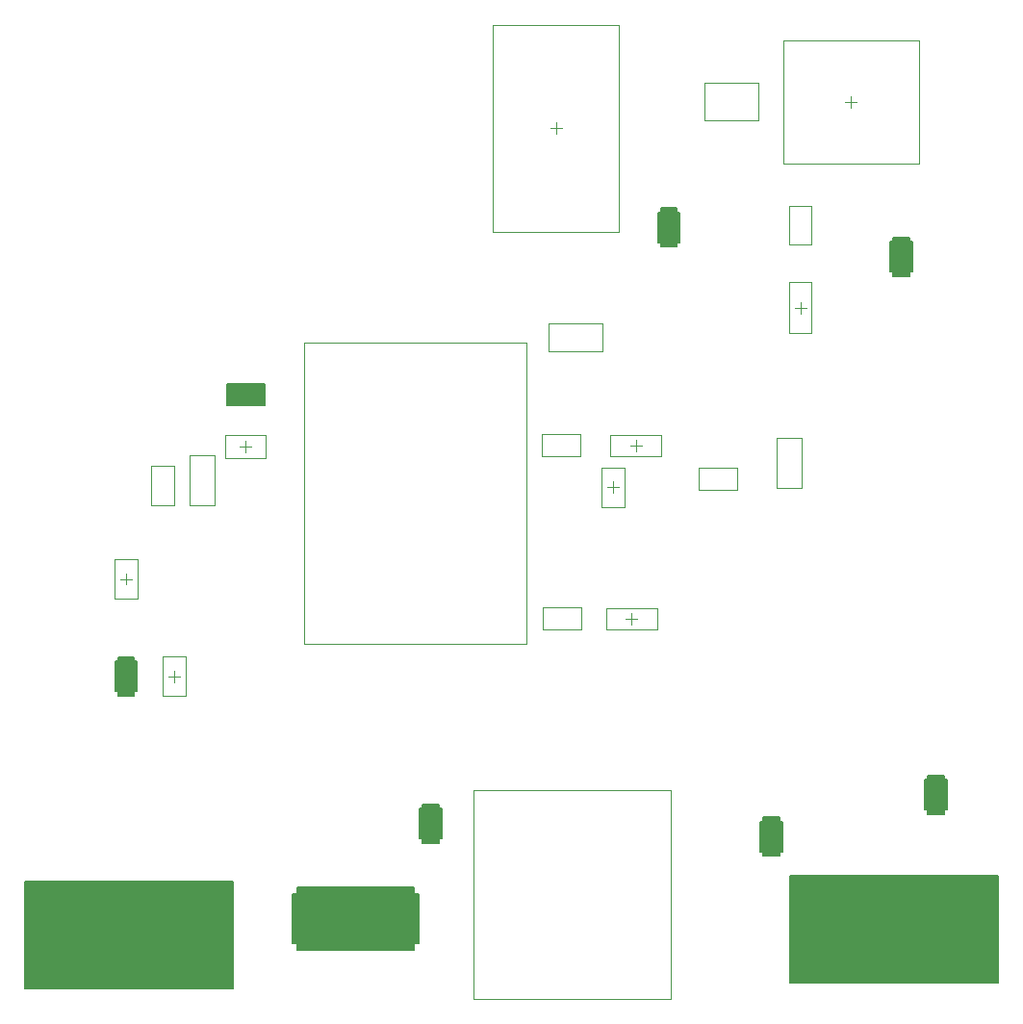
<source format=gbr>
%FSTAX23Y23*%
%MOMM*%
%SFA1B1*%

%IPPOS*%
%ADD13C,0.100000*%
%ADD14C,0.152400*%
%ADD77C,0.050000*%
%LNpcb1_mechanical_15-1*%
%LPD*%
G36*
X01016Y01016D02*
X19304D01*
Y10414*
X01016*
Y01016*
G37*
G36*
X35217Y09271D02*
X35661D01*
Y04953*
X35217*
Y04343*
X2498*
Y04953*
X24536*
Y09271*
X2498*
Y0988*
X35217*
Y09271*
G37*
G36*
X10604Y27139D02*
Y26746D01*
X09207*
Y27139*
X08953*
Y29756*
X09207*
Y30149*
X10604*
Y29756*
X10858*
Y27139*
X10604*
G37*
G36*
X36004Y16802D02*
Y17195D01*
X37401*
Y16802*
X37655*
Y14185*
X37401*
Y13792*
X36004*
Y14185*
X3575*
Y16802*
X36004*
G37*
G36*
X2211Y52285D02*
X18783D01*
Y5414*
X2211*
Y52285*
G37*
G36*
X65976Y15659D02*
Y16052D01*
X67373*
Y15659*
X67627*
Y13042*
X67373*
Y12649*
X65976*
Y13042*
X65722*
Y15659*
X65976*
G37*
G36*
X68326Y01524D02*
X86614D01*
Y10922*
X68326*
Y01524*
G37*
G36*
X81851Y16725D02*
Y16332D01*
X80454*
Y16725*
X802*
Y19342*
X80454*
Y19735*
X81851*
Y19342*
X82105*
Y16725*
X81851*
G37*
G36*
X58356Y66636D02*
Y66243D01*
X56959*
Y66636*
X56705*
Y69253*
X56959*
Y69646*
X58356*
Y69253*
X5861*
Y66636*
X58356*
G37*
G36*
X77406Y66668D02*
Y67062D01*
X78803*
Y66668*
X79057*
Y64052*
X78803*
Y63658*
X77406*
Y64052*
X77152*
Y66668*
X77406*
G37*
G54D13*
X52705Y44584D02*
Y45584D01*
X52204Y45085D02*
X53204D01*
X7366Y78493D02*
Y79493D01*
X73159Y78994D02*
X74159D01*
X13596Y28448D02*
X14596D01*
X14097Y27947D02*
Y28947D01*
X20383Y4814D02*
Y4914D01*
X19883Y48641D02*
X20883D01*
X09405Y37019D02*
X10405D01*
X09906Y36519D02*
Y37519D01*
X47699Y76183D02*
Y77183D01*
X47199Y76683D02*
X48199D01*
X68714Y60879D02*
X69714D01*
X69215Y60379D02*
Y61379D01*
X54356Y33027D02*
Y34027D01*
X53855Y33528D02*
X54855D01*
X54737Y48267D02*
Y49267D01*
X54236Y48768D02*
X55236D01*
G54D14*
X18783Y52285D02*
Y5414D01*
X2211*
Y52285D02*
Y5414D01*
X18783Y52285D02*
X2211D01*
X35661Y04953D02*
Y09271D01*
X35217Y04953D02*
X35661D01*
X24536D02*
X2498D01*
X24536D02*
Y09271D01*
X2498*
X35217D02*
X35661D01*
X35217D02*
Y0988D01*
Y04343D02*
Y04953D01*
X2498Y04343D02*
X35217D01*
X2498D02*
Y04953D01*
Y09271D02*
Y0988D01*
X35217*
X65976Y16052D02*
X67373D01*
Y15659D02*
Y16052D01*
Y12649D02*
Y13042D01*
X65976Y12649D02*
X67373D01*
X65976D02*
Y13042D01*
Y15659D02*
Y16052D01*
X65722Y15659D02*
X65976D01*
X67373D02*
X67627D01*
Y13042D02*
Y15659D01*
X67373Y13042D02*
X67627D01*
X65722D02*
X65976D01*
X65722D02*
Y15659D01*
X77406Y67062D02*
X78803D01*
Y66668D02*
Y67062D01*
Y63658D02*
Y64052D01*
X77406Y63658D02*
X78803D01*
X77406D02*
Y64052D01*
Y66668D02*
Y67062D01*
X77152Y66668D02*
X77406D01*
X78803D02*
X79057D01*
Y64052D02*
Y66668D01*
X78803Y64052D02*
X79057D01*
X77152D02*
X77406D01*
X77152D02*
Y66668D01*
X09207Y26746D02*
X10604D01*
X09207D02*
Y27139D01*
Y29756D02*
Y30149D01*
X10604*
Y29756D02*
Y30149D01*
Y26746D02*
Y27139D01*
X10858*
X08953D02*
X09207D01*
X08953D02*
Y29756D01*
X09207*
X10604D02*
X10858D01*
Y27139D02*
Y29756D01*
X80454Y16332D02*
X81851D01*
X80454D02*
Y16725D01*
Y19342D02*
Y19735D01*
X81851*
Y19342D02*
Y19735D01*
Y16332D02*
Y16725D01*
X82105*
X802D02*
X80454D01*
X802D02*
Y19342D01*
X80454*
X81851D02*
X82105D01*
Y16725D02*
Y19342D01*
X36004Y17195D02*
X37401D01*
Y16802D02*
Y17195D01*
Y13792D02*
Y14185D01*
X36004Y13792D02*
X37401D01*
X36004D02*
Y14185D01*
Y16802D02*
Y17195D01*
X3575Y16802D02*
X36004D01*
X37401D02*
X37655D01*
Y14185D02*
Y16802D01*
X37401Y14185D02*
X37655D01*
X3575D02*
X36004D01*
X3575D02*
Y16802D01*
X56959Y66243D02*
X58356D01*
X56959D02*
Y66636D01*
Y69253D02*
Y69646D01*
X58356*
Y69253D02*
Y69646D01*
Y66243D02*
Y66636D01*
X5861*
X56705D02*
X56959D01*
X56705D02*
Y69253D01*
X56959*
X58356D02*
X5861D01*
Y66636D02*
Y69253D01*
X01016Y01016D02*
X19304D01*
X01016D02*
Y10414D01*
X19304*
Y01016D02*
Y10414D01*
X68326Y01524D02*
X86614D01*
X68326D02*
Y10922D01*
X86614*
Y01524D02*
Y10922D01*
G54D77*
X40434Y18404D02*
X57779D01*
Y00034D02*
Y18404D01*
X40434Y00034D02*
X57779D01*
X40434D02*
Y18404D01*
X51704Y43334D02*
X53704D01*
X51704Y46834D02*
X53704D01*
X51704Y43334D02*
Y46834D01*
X53704Y43334D02*
Y46834D01*
X67083Y49458D02*
X69313D01*
X67083Y45028D02*
X69313D01*
X67083D02*
Y49458D01*
X69313Y45028D02*
Y49458D01*
X1208Y43461D02*
Y46961D01*
X1408*
Y43461D02*
Y46961D01*
X1208Y43461D02*
X1408D01*
X60763Y77338D02*
X65473D01*
X60763Y80648D02*
X65473D01*
X60763Y77338D02*
Y80648D01*
X65473Y77338D02*
Y80648D01*
X47047Y57087D02*
X51757D01*
X47047Y59497D02*
X51757D01*
X47047Y57087D02*
Y59497D01*
X51757Y57087D02*
Y59497D01*
X67684Y73593D02*
X79634D01*
X67684Y84393D02*
X79634D01*
Y73593D02*
Y84393D01*
X67684Y73593D02*
Y84393D01*
X13096Y26697D02*
Y30197D01*
X15096Y26697D02*
Y30197D01*
X13096Y26697D02*
X15096D01*
X13096Y30197D02*
X15096D01*
X18633Y4764D02*
X22133D01*
X18633Y4964D02*
X22133D01*
Y4764D02*
Y4964D01*
X18633Y4764D02*
Y4964D01*
X10905Y35269D02*
Y38769D01*
X08905Y35269D02*
Y38769D01*
X10905*
X08905Y35269D02*
X10905D01*
X25568Y31277D02*
Y57777D01*
X45068*
Y31277D02*
Y57777D01*
X25568Y31277D02*
X45068D01*
X6029Y46808D02*
X6366D01*
X6029Y44884D02*
X6366D01*
Y46808*
X6029Y44884D02*
Y46808D01*
X42124Y67583D02*
X53274D01*
X42124Y85783D02*
X53274D01*
X42124Y67583D02*
Y85783D01*
X53274Y67583D02*
Y85783D01*
X70176Y66432D02*
Y69802D01*
X68252Y66432D02*
Y69802D01*
Y66432D02*
X70176D01*
X68252Y69802D02*
X70176D01*
X70164Y58629D02*
Y63129D01*
X68264Y58629D02*
Y63129D01*
X70164*
X68264Y58629D02*
X70164D01*
X52105Y34477D02*
X56605D01*
X52105Y32577D02*
X56605D01*
X52105D02*
Y34477D01*
X56605Y32577D02*
Y34477D01*
X46574Y32565D02*
X49944D01*
X46574Y34489D02*
X49944D01*
X46574Y32565D02*
Y34489D01*
X49944Y32565D02*
Y34489D01*
X52486Y49717D02*
X56986D01*
X52486Y47817D02*
X56986D01*
X52486D02*
Y49717D01*
X56986Y47817D02*
Y49717D01*
X46447Y47805D02*
X49817D01*
X46447Y49729D02*
X49817D01*
X46447Y47805D02*
Y49729D01*
X49817Y47805D02*
Y49729D01*
X17668Y43504D02*
Y47934D01*
X15438Y43504D02*
Y47934D01*
Y43504D02*
X17668D01*
X15438Y47934D02*
X17668D01*
M02*
</source>
